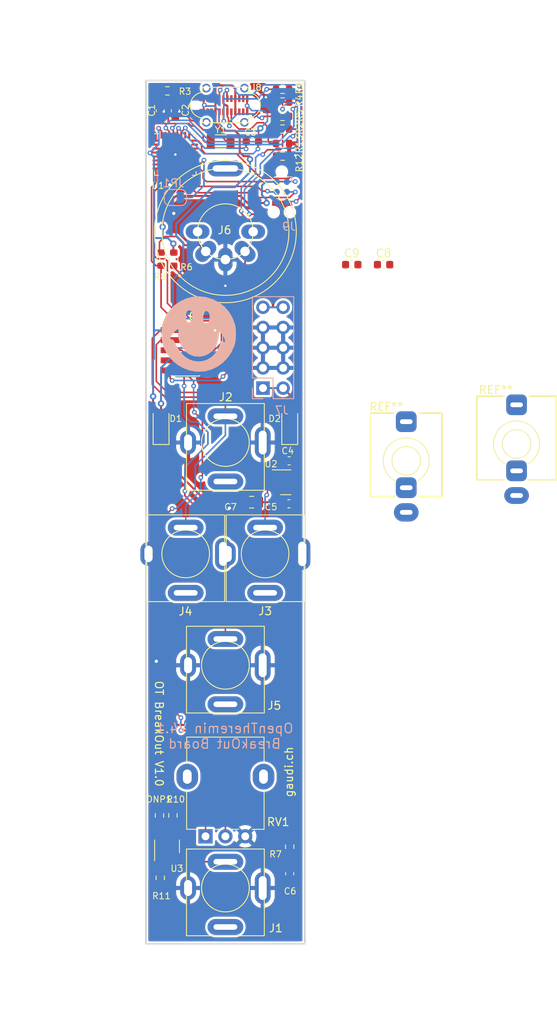
<source format=kicad_pcb>
(kicad_pcb (version 20211014) (generator pcbnew)
  (layers (0 "F.Cu" signal) (31 "B.Cu" signal) (34 "B.Paste" user) (35 "F.Paste" user) (36 "B.SilkS" user "B.Silkscreen") (37 "F.SilkS" user "F.Silkscreen") (38 "B.Mask" user) (39 "F.Mask" user) (44 "Edge.Cuts" user))
  (net 0 "")
  (net 7 "Net-(J6-Pad4)")
  (net 9 "Net-(J6-Pad5)")
  (net 10 "AUDIO")
  (net 11 "CV1")
  (net 12 "TXD")
  (net 13 "CV2")
  (net 14 "RXD")
  (net 15 "GATE")
  (net 16 "D-")
  (net 17 "D+")
  (net 18 "Net-(U3-Pad1)")
  (net 37 "Net-(JP1-Pad1)")
  (net 45 "Net-(DNP1-Pad1)")
  (net 46 "+5V")
  (net 47 "UGND")
  (net 48 "VUSB")
  (net 49 "Net-(C1-Pad2)")
  (net 50 "Net-(J8-PadA7)")
  (net 51 "MISO")
  (net 52 "SCK")
  (net 53 "MOSI")
  (net 54 "RESET")
  (net 55 "Net-(C2-Pad2)")
  (net 56 "Net-(C3-Pad2)")
  (net 57 "Net-(J8-PadA6)")
  (net 58 "Net-(R1-Pad2)")
  (net 59 "Net-(R2-Pad2)")
  (net 60 "Net-(C4-Pad2)")
  (net 61 "Net-(R7-Pad2)")
  (net 62 "Net-(C6-Pad2)")
  (net 63 "PHONO")
  (net 64 "Net-(J8-PadA5)")
  (net 65 "Net-(J8-PadB5)")
  (net 66 "+12V")
  (net 67 "-12V")
  (footprint "Package_DFN_QFN:QFN-32-1EP_5x5mm_P0.5mm_EP3.1x3.1mm" (layer "F.Cu") (at 93.7 65.8)
    (fp_text reference "U1")
    (fp_text value "ATmega16U2-M")
  )
  (footprint "Resistor_SMD:R_0603_1608Metric" (layer "F.Cu") (at 107.2 57.6)
    (fp_text reference "R1")
    (fp_text value "22R")
  )
  (footprint "Connector_PinHeader_1.27mm:PinHeader_2x05_P1.27mm_Vertical_SMD" (layer "F.Cu") (at 95 90.4)
    (fp_text reference "J10")
    (fp_text value "Conn_02x05_Odd_Even")
  )
  (footprint "Crystal:Crystal_SMD_3215-2Pin_3.2x1.5mm" (layer "F.Cu") (at 99.4 64.2)
    (fp_text reference "Y1")
    (fp_text value "16MHz")
  )
  (footprint "Potentiometer_THT:Potentiometer_Alpha_RD901F-40-00D_Single_Vertical" (layer "F.Cu") (at 97.5 151.5 90)
    (fp_text reference "RV1")
    (fp_text value "R_Potentiometer")
  )
  (footprint "Capacitor_SMD:C_0603_1608Metric" (layer "F.Cu") (at 119.92 79.64)
    (fp_text reference "C8")
    (fp_text value "10uF")
  )
  (footprint "Capacitor_SMD:C_0603_1608Metric" (layer "F.Cu") (at 93.7 60.3 90)
    (fp_text reference "C2")
    (fp_text value "22pF")
  )
  (footprint "Capacitor_SMD:C_0603_1608Metric" (layer "F.Cu") (at 103.4 64.2 180)
    (fp_text reference "C3")
    (fp_text value "1uF")
  )
  (footprint "Capacitor_SMD:C_0603_1608Metric" (layer "F.Cu") (at 108.025 104.3)
    (fp_text reference "C4")
    (fp_text value "22pF")
  )
  (footprint "GaudiLabsFootPrints:Deltron_691-0500" (layer "F.Cu") (at 100 75.5)
    (fp_text reference "J6")
    (fp_text value "DIN-5_180degree")
  )
  (footprint "Capacitor_SMD:C_0603_1608Metric" (layer "F.Cu") (at 115.91 79.64)
    (fp_text reference "C9")
    (fp_text value "100nF")
  )
  (footprint "Audio_Jacks:Jack_3.5mm_QingPu_WQP-PJ398SM_Vertical" (layer "F.Cu") (at 122.77 104.3)
    (fp_text reference "REF**")
    (fp_text value "PJ398SM")
  )
  (footprint "GaudiLabsFootPrints:Jack_3.5mm_Stereo_WQP-PJ366ST_Vertical" (layer "F.Cu") (at 136.66 102.18)
    (fp_text reference "REF**")
    (fp_text value "PJ366ST")
  )
  (footprint "GaudiLabsFootPrints:pj301bm_edge_r" (layer "F.Cu") (at 95 116 180)
    (fp_text reference "J4")
    (fp_text value "Barrel_Jack_Switch")
  )
  (footprint "Diode_SMD:D_SOD-123" (layer "F.Cu") (at 108.1 100 90)
    (fp_text reference "D2")
    (fp_text value "D_Small_Filled")
  )
  (footprint "Resistor_SMD:R_0603_1608Metric" (layer "F.Cu") (at 107.2 61)
    (fp_text reference "R5")
    (fp_text value "22R")
  )
  (footprint "Resistor_SMD:R_0603_1608Metric" (layer "F.Cu") (at 93.4 148.875 -90)
    (fp_text reference "R10")
    (fp_text value "0Ohm")
  )
  (footprint "Capacitor_SMD:C_0603_1608Metric" (layer "F.Cu") (at 108 109.7 180)
    (fp_text reference "C5")
    (fp_text value "22pF")
  )
  (footprint "Resistor_SMD:R_0603_1608Metric" (layer "F.Cu") (at 107.2 66)
    (fp_text reference "R12")
    (fp_text value "5.1k")
  )
  (footprint "Resistor_SMD:R_0603_1608Metric" (layer "F.Cu") (at 108.1 152.8 90)
    (fp_text reference "R7")
    (fp_text value "2.2k")
  )
  (footprint "Capacitor_SMD:C_0805_2012Metric" (layer "F.Cu") (at 103.3 109.5)
    (fp_text reference "C7")
    (fp_text value "47uF")
  )
  (footprint "GaudiLabsFootPrints:pj301bm" (layer "F.Cu") (at 100 158 180)
    (fp_text reference "J1")
    (fp_text value "Barrel_Jack_Switch")
  )
  (footprint "Resistor_SMD:R_0603_1608Metric" (layer "F.Cu") (at 107.2 62.6)
    (fp_text reference "R2")
    (fp_text value "22R")
  )
  (footprint "Package_TO_SOT_SMD:SOT-23-5" (layer "F.Cu") (at 92.65 152.7625 90)
    (fp_text reference "U3")
    (fp_text value "LMH6609MF")
  )
  (footprint "Resistor_SMD:R_0603_1608Metric" (layer "F.Cu") (at 107.2 59.2)
    (fp_text reference "R4")
    (fp_text value "22R")
  )
  (footprint "Capacitor_SMD:C_0603_1608Metric" (layer "F.Cu") (at 108.1 156.2 90)
    (fp_text reference "C6")
    (fp_text value "10nF")
  )
  (footprint "GaudiLabsFootPrints:pj301bm" (layer "F.Cu") (at 100 130 180)
    (fp_text reference "J5")
    (fp_text value "Barrel_Jack_Switch")
  )
  (footprint "Diode_SMD:D_SOD-123" (layer "F.Cu") (at 91.9 100 90)
    (fp_text reference "D1")
    (fp_text value "D_Schottky")
  )
  (footprint "Capacitor_SMD:C_0603_1608Metric" (layer "F.Cu") (at 91.8 60.3 90)
    (fp_text reference "C1")
    (fp_text value "22pF")
  )
  (footprint "Package_TO_SOT_SMD:SOT-23" (layer "F.Cu") (at 107.6 107)
    (fp_text reference "U2")
    (fp_text value "MCP1792x-5002xCB XC62KN5002MR-G")
  )
  (footprint "Resistor_SMD:R_0603_1608Metric" (layer "F.Cu") (at 107.2 64.4)
    (fp_text reference "R13")
    (fp_text value "5.1k")
  )
  (footprint "GaudiLabsFootPrints:pj301bm_edge_l" (layer "F.Cu") (at 105 116 180)
    (fp_text reference "J3")
    (fp_text value "Barrel_Jack_Switch")
  )
  (footprint "Resistor_SMD:R_0603_1608Metric" (layer "F.Cu") (at 91.8 156.725 90)
    (fp_text reference "R11")
    (fp_text value "10uF (220uF)")
  )
  (footprint "Resistor_SMD:R_0603_1608Metric" (layer "F.Cu") (at 93.5 78.95 90)
    (fp_text reference "R6")
    (fp_text value "220R")
  )
  (footprint "GaudiLabsFootPrints:pj301bm" (layer "F.Cu") (at 100 102 180)
    (fp_text reference "J2")
    (fp_text value "Barrel_Jack_Switch")
  )
  (footprint "Resistor_SMD:R_0603_1608Metric" (layer "F.Cu") (at 91.9 78.95 90)
    (fp_text reference "R8")
    (fp_text value "220R")
  )
  (footprint "Resistor_SMD:R_0603_1608Metric" (layer "F.Cu") (at 91.7 148.875 90)
    (fp_text reference "DNP1")
    (fp_text value "1M")
  )
  (footprint "Resistor_SMD:R_0603_1608Metric" (layer "F.Cu") (at 92.7 57.8 180)
    (fp_text reference "R3")
    (fp_text value "1M")
  )
  (footprint "GaudiLabsFootPrints:USB_C_Receptacle_USB4070" (layer "F.Cu") (at 100 59.6)
    (fp_text reference "J8")
    (fp_text value "USB_C_Receptacle")
  )
  (footprint "Jumper:SolderJumper-2_P1.3mm_Open_RoundedPad1.0x1.5mm" (layer "B.Cu") (at 93.7 71.2 180)
    (fp_text reference "JP1")
    (fp_text value "Jumper_2_Bridged")
  )
  (footprint "Connector:Tag-Connect_TC2030-IDC-NL_2x03_P1.27mm_Vertical" (layer "B.Cu") (at 107.1 70.5 -90)
    (fp_text reference "J9")
    (fp_text value "Conn_02x03_Odd_Even")
  )
  (footprint "Connector_PinHeader_2.54mm:PinHeader_2x05_P2.54mm_Vertical" (layer "B.Cu") (at 104.73 95.16)
    (fp_text reference "J7")
    (fp_text value "Conn_02x05_Odd_Even")
  )
  (footprint "GaudiLabsLogos:Smile" (layer "B.Cu") (at 96.6 88.35 180)
    (fp_text reference "X1")
    (fp_text value "dummy" hide)
  )
  (gr_line (start 90.79 116.64) (end 90.74 116.74) (layer "Edge.Cuts") (width 0.1))
  (gr_line (start 90.31 117.01) (end 90 117) (layer "Edge.Cuts") (width 0.1))
  (gr_line (start 110 114.5) (end 110 56.5) (layer "Edge.Cuts") (width 0.2))
  (gr_line (start 109.55 117.48) (end 109.66 117.5) (layer "Edge.Cuts") (width 0.1))
  (gr_line (start 90.81 115.44) (end 90.81 116.45) (layer "Edge.Cuts") (width 0.1))
  (gr_line (start 90.62 115.11) (end 90.73 115.23) (layer "Edge.Cuts") (width 0.1))
  (gr_line (start 90 115) (end 90 56.5) (layer "Edge.Cuts") (width 0.2))
  (gr_line (start 109.2 117.12) (end 109.25 117.24) (layer "Edge.Cuts") (width 0.1))
  (gr_line (start 90.74 116.74) (end 90.63 116.88) (layer "Edge.Cuts") (width 0.1))
  (gr_line (start 109.66 117.5) (end 110.01 117.5) (layer "Edge.Cuts") (width 0.1))
  (gr_line (start 109.19 116.88) (end 109.2 117.12) (layer "Edge.Cuts") (width 0.1))
  (gr_line (start 90.81 116.45) (end 90.79 116.64) (layer "Edge.Cuts") (width 0.1))
  (gr_line (start 90 117) (end 90 165) (layer "Edge.Cuts") (width 0.2))
  (gr_line (start 90.47 115.03) (end 90.62 115.11) (layer "Edge.Cuts") (width 0.1))
  (gr_line (start 109.32 117.33) (end 109.42 117.42) (layer "Edge.Cuts") (width 0.1))
  (gr_line (start 90.54 116.94) (end 90.41 117) (layer "Edge.Cuts") (width 0.1))
  (gr_line (start 109.23 114.8) (end 109.19 114.95) (layer "Edge.Cuts") (width 0.1))
  (gr_line (start 110 114.5) (end 109.66 114.5) (layer "Edge.Cuts") (width 0.1))
  (gr_line (start 90.31 115) (end 90.47 115.03) (layer "Edge.Cuts") (width 0.1))
  (gr_line (start 109.32 114.66) (end 109.23 114.8) (layer "Edge.Cuts") (width 0.1))
  (gr_line (start 110 117.5) (end 110 165) (layer "Edge.Cuts") (width 0.2))
  (gr_line (start 109.44 114.56) (end 109.32 114.66) (layer "Edge.Cuts") (width 0.1))
  (gr_line (start 109.19 114.95) (end 109.19 116.88) (layer "Edge.Cuts") (width 0.1))
  (gr_line (start 109.52 114.52) (end 109.44 114.56) (layer "Edge.Cuts") (width 0.1))
  (gr_line (start 90.02 115) (end 90.31 115) (layer "Edge.Cuts") (width 0.1))
  (gr_line (start 90.63 116.88) (end 90.54 116.94) (layer "Edge.Cuts") (width 0.1))
  (gr_line (start 110 56.5) (end 90 56.5) (layer "Edge.Cuts") (width 0.2))
  (gr_line (start 109.25 117.24) (end 109.32 117.33) (layer "Edge.Cuts") (width 0.1))
  (gr_line (start 90.78 115.35) (end 90.81 115.44) (layer "Edge.Cuts") (width 0.1))
  (gr_line (start 109.42 117.42) (end 109.55 117.48) (layer "Edge.Cuts") (width 0.1))
  (gr_line (start 109.66 114.5) (end 109.52 114.52) (layer "Edge.Cuts") (width 0.1))
  (gr_line (start 90 165) (end 110 165) (layer "Edge.Cuts") (width 0.2))
  (gr_line (start 90.41 117) (end 90.31 117.01) (layer "Edge.Cuts") (width 0.1))
  (gr_line (start 90.73 115.23) (end 90.78 115.35) (layer "Edge.Cuts") (width 0.1))
  (gr_text "OpenTheremin V4.1\nBreakOut Board" (at 99.9 138.9) (layer "B.SilkS") (effects (font (size 1.2 1.2)) (justify mirror)))
  (gr_text "OT BreakOut V1.0\n" (at 91.65 138.6 270) (layer "F.SilkS") (effects (font (size 1 1))))
  (gr_text "gaudi.ch" (at 108 143.4 90) (layer "F.SilkS") (effects (font (size 1 1))))
  (segment (start 93.3 79.75) (end 94.75 81.2) (width 0.2) (layer "F.Cu") (net 7))
  (segment (start 102.474874 80.225126) (end 102.474874 77.974874) (width 0.2) (layer "F.Cu") (net 7))
  (segment (start 94.75 81.2) (end 101.5 81.2) (width 0.2) (layer "F.Cu") (net 7))
  (segment (start 101.5 81.2) (end 102.474874 80.225126) (width 0.2) (layer "F.Cu") (net 7))
  (segment (start 94.9 77.2) (end 96.750252 77.2) (width 0.2) (layer "F.Cu") (net 9))
  (segment (start 96.750252 77.2) (end 97.525126 77.974874) (width 0.2) (layer "F.Cu") (net 9))
  (segment (start 91.7 76.8) (end 92.4 76.1) (width 0.2) (layer "F.Cu") (net 9))
  (segment (start 91.7 78.125) (end 91.7 76.8) (width 0.2) (layer "F.Cu") (net 9))
  (segment (start 93.8 76.1) (end 94.9 77.2) (width 0.2) (layer "F.Cu") (net 9))
  (segment (start 92.4 76.1) (end 93.8 76.1) (width 0.2) (layer "F.Cu") (net 9))
  (segment (start 90.8 94.7) (end 92.4 96.3) (width 0.2) (layer "F.Cu") (net 10))
  (segment (start 91.9 122.1) (end 92.49 122.69) (width 0.2) (layer "F.Cu") (net 10))
  (segment (start 100 97.4) (end 100 98.7) (width 0.2) (layer "F.Cu") (net 10))
  (segment (start 98.9 96.3) (end 100 97.4) (width 0.2) (layer "F.Cu") (net 10))
  (segment (start 91.84 87.86) (end 90.8 88.9) (width 0.2) (layer "F.Cu") (net 10))
  (segment (start 97.5 151.5) (end 97.5 147) (width 0.2) (layer "F.Cu") (net 10))
  (segment (start 93.3 110.3) (end 92.1 111.5) (width 0.2) (layer "F.Cu") (net 10))
  (segment (start 94.4 138.2) (end 95.7 138.2) (width 0.2) (layer "F.Cu") (net 10))
  (segment (start 99.1 145.4) (end 99.1 141.6) (width 0.2) (layer "F.Cu") (net 10))
  (segment (start 93 114.7) (end 93 117.3) (width 0.2) (layer "F.Cu") (net 10))
  (segment (start 92.4 96.3) (end 98.9 96.3) (width 0.2) (layer "F.Cu") (net 10))
  (segment (start 90.8 88.9) (end 90.8 94.7) (width 0.2) (layer "F.Cu") (net 10))
  (segment (start 95.7 138.2) (end 99.1 141.6) (width 0.2) (layer "F.Cu") (net 10))
  (segment (start 97.5 147) (end 99.1 145.4) (width 0.2) (layer "F.Cu") (net 10))
  (segment (start 93.2 131.6) (end 93.2 135.4) (width 0.2) (layer "F.Cu") (net 10))
  (segment (start 91.9 118.4) (end 91.9 122.1) (width 0.2) (layer "F.Cu") (net 10))
  (segment (start 93.05 87.86) (end 91.84 87.86) (width 0.2) (layer "F.Cu") (net 10))
  (segment (start 92.49 130.89) (end 93.2 131.6) (width 0.2) (layer "F.Cu") (net 10))
  (segment (start 92.49 122.69) (end 92.49 130.89) (width 0.2) (layer "F.Cu") (net 10))
  (segment (start 92.1 113.8) (end 93 114.7) (width 0.2) (layer "F.Cu") (net 10))
  (segment (start 93.2 135.4) (end 94.4 136.6) (width 0.2) (layer "F.Cu") (net 10))
  (segment (start 92.1 111.5) (end 92.1 113.8) (width 0.2) (layer "F.Cu") (net 10))
  (segment (start 93 117.3) (end 91.9 118.4) (width 0.2) (layer "F.Cu") (net 10))
  (via (at 93.3 110.3) (size 0.6) (drill 0.3) (layers "F.Cu" "B.Cu") (net 10))
  (via (at 94.4 136.6) (size 0.6) (drill 0.3) (layers "F.Cu" "B.Cu") (net 10))
  (via (at 94.4 138.2) (size 0.6) (drill 0.3) (layers "F.Cu" "B.Cu") (net 10))
  (segment (start 93.3 110.3) (end 93.8 110.3) (width 0.2) (layer "B.Cu") (net 10))
  (segment (start 96.2 104.9) (end 100 101.1) (width 0.2) (layer "B.Cu") (net 10))
  (segment (start 100 101.1) (end 100 98.7) (width 0.2) (layer "B.Cu") (net 10))
  (segment (start 96.2 107.9) (end 96.2 104.9) (width 0.2) (layer "B.Cu") (net 10))
  (segment (start 93.8 110.3) (end 96.2 107.9) (width 0.2) (layer "B.Cu") (net 10))
  (segment (start 94.4 136.6) (end 94.4 138.2) (width 0.2) (layer "B.Cu") (net 10))
  (segment (start 93.05 89.13) (end 91.87 89.13) (width 0.2) (layer "F.Cu") (net 11))
  (segment (start 92.7 95.7) (end 101.2 95.7) (width 0.2) (layer "F.Cu") (net 11))
  (segment (start 101.2 95.7) (end 103.1 97.6) (width 0.2) (layer "F.Cu") (net 11))
  (segment (start 105.3 107.3) (end 105.3 108.5) (width 0.2) (layer "F.Cu") (net 11))
  (segment (start 105.3 108.5) (end 105.2 108.6) (width 0.2) (layer "F.Cu") (net 11))
  (segment (start 91.3 89.7) (end 91.3 94.3) (width 0.2) (layer "F.Cu") (net 11))
  (segment (start 91.87 89.13) (end 91.3 89.7) (width 0.2) (layer "F.Cu") (net 11))
  (segment (start 103.1 105.1) (end 105.3 107.3) (width 0.2) (layer "F.Cu") (net 11))
  (segment (start 91.3 94.3) (end 92.7 95.7) (width 0.2) (layer "F.Cu") (net 11))
  (segment (start 103.1 97.6) (end 103.1 105.1) (width 0.2) (layer "F.Cu") (net 11))
  (via (at 105.2 108.6) (size 0.6) (drill 0.3) (layers "F.Cu" "B.Cu") (net 11))
  (segment (start 105 108.8) (end 105 112.7) (width 0.2) (layer "B.Cu") (net 11))
  (segment (start 105.2 108.6) (end 105 108.8) (width 0.2) (layer "B.Cu") (net 11))
  (segment (start 90.7 79.2) (end 90.7 69.925) (width 0.2) (layer "F.Cu") (net 12))
  (segment (start 91.9 79.775) (end 91.9 85) (width 0.2) (layer "F.Cu") (net 12))
  (segment (start 91.9 85) (end 93.5 86.6) (width 0.2) (layer "F.Cu") (net 12))
  (segment (start 93.5 86.6) (end 94.6 86.6) (width 0.2) (layer "F.Cu") (net 12))
  (segment (start 95.3 87.3) (end 95.3 88.9) (width 0.2) (layer "F.Cu") (net 12))
  (segment (start 94.6 86.6) (end 95.3 87.3) (width 0.2) (layer "F.Cu") (net 12))
  (segment (start 91.9 79.775) (end 91.275 79.775) (width 0.2) (layer "F.Cu") (net 12))
  (segment (start 91.2625 69.3625) (end 91.2625 67.55) (width 0.2) (layer "F.Cu") (net 12))
  (segment (start 95.53 89.13) (end 96.95 89.13) (width 0.2) (layer "F.Cu") (net 12))
  (segment (start 95.3 88.9) (end 95.53 89.13) (width 0.2) (layer "F.Cu") (net 12))
  (segment (start 91.275 79.775) (end 90.7 79.2) (width 0.2) (layer "F.Cu") (net 12))
  (segment (start 90.7 69.925) (end 91.2625 69.3625) (width 0.2) (layer "F.Cu") (net 12))
  (segment (start 97.1 99.2) (end 97.1 100.7) (width 0.2) (layer "F.Cu") (net 13))
  (segment (start 97.1 106.2) (end 96.9 106.4) (width 0.2) (layer "F.Cu") (net 13))
  (segment (start 95.2 91.1) (end 95.2 93.5) (width 0.2) (layer "F.Cu") (net 13))
  (segment (start 96.1 98.2) (end 97.1 99.2) (width 0.2) (layer "F.Cu") (net 13))
  (segment (start 94.5 90.4) (end 95.2 91.1) (width 0.2) (layer "F.Cu") (net 13))
  (segment (start 96 94.3) (end 96 94.9) (width 0.2) (layer "F.Cu") (net 13))
  (segment (start 97.1 100.7) (end 97.1 106.2) (width 0.2) (layer "F.Cu") (net 13))
  (segment (start 93.05 90.4) (end 94.5 90.4) (width 0.2) (layer "F.Cu") (net 13))
  (segment (start 95.2 93.5) (end 96 94.3) (width 0.2) (layer "F.Cu") (net 13))
  (via (at 96.1 98.2) (size 0.6) (drill 0.3) (layers "F.Cu" "B.Cu") (net 13))
  (via (at 96.9 106.4) (size 0.6) (drill 0.3) (layers "F.Cu" "B.Cu") (net 13))
  (via (at 96 94.9) (size 0.6) (drill 0.3) (layers "F.Cu" "B.Cu") (net 13))
  (segment (start 96 98.1) (end 96.1 98.2) (width 0.2) (layer "B.Cu") (net 13))
  (segment (start 96.9 106.4) (end 96.9 108) (width 0.2) (layer "B.Cu") (net 13))
  (segment (start 96.9 108) (end 95 109.9) (width 0.2) (layer "B.Cu") (net 13))
  (segment (start 95 109.9) (end 95 112.7) (width 0.2) (layer "B.Cu") (net 13))
  (segment (start 96 94.9) (end 96 98.1) (width 0.2) (layer "B.Cu") (net 13))
  (segment (start 92.4 78.9) (end 91.4 78.9) (width 0.2) (layer "F.Cu") (net 14))
  (segment (start 91.06 70.44) (end 91.95 69.55) (width 0.2) (layer "F.Cu") (net 14))
  (segment (start 92.7 84.5) (end 92.7 79.2) (width 0.2) (layer "F.Cu") (net 14))
  (segment (start 99.5 89.5) (end 99.5 87.4) (width 0.2) (layer "F.Cu") (net 14))
  (segment (start 95.8 86.7) (end 94.9 85.8) (width 0.2) (layer "F.Cu") (net 14))
  (segment (start 94 85.8) (end 92.7 84.5) (width 0.2) (layer "F.Cu") (net 14))
  (segment (start 98.6 90.4) (end 99.5 89.5) (width 0.2) (layer "F.Cu") (net 14))
  (segment (start 92.7 79.2) (end 92.4 78.9) (width 0.2) (layer "F.Cu") (net 14))
  (segment (start 98.8 86.7) (end 95.8 86.7) (width 0.2) (layer "F.Cu") (net 14))
  (segment (start 99.5 87.4) (end 98.8 86.7) (width 0.2) (layer "F.Cu") (net 14))
  (segment (start 96.95 90.4) (end 98.6 90.4) (width 0.2) (layer "F.Cu") (net 14))
  (segment (start 91.95 69.55) (end 91.95 68.2375) (width 0.2) (layer "F.Cu") (net 14))
  (segment (start 94.9 85.8) (end 94 85.8) (width 0.2) (layer "F.Cu") (net 14))
  (segment (start 91.06 78.56) (end 91.06 70.44) (width 0.2) (layer "F.Cu") (net 14))
  (segment (start 91.4 78.9) (end 91.06 78.56) (width 0.2) (layer "F.Cu") (net 14))
  (segment (start 97.9 119) (end 97.9 111.7) (width 0.2) (layer "F.Cu") (net 15))
  (segment (start 94.8 94.1) (end 94.8 94.7) (width 0.2) (layer "F.Cu") (net 15))
  (segment (start 100 126.7) (end 100 121.1) (width 0.2) (layer "F.Cu") (net 15))
  (segment (start 94.8 94.7) (end 94.8 94.9) (width 0.2) (layer "F.Cu") (net 15))
  (segment (start 98 119.1) (end 97.9 119) (width 0.2) (layer "F.Cu") (net 15))
  (segment (start 97.9 111.7) (end 94.9 108.7) (width 0.2) (layer "F.Cu") (net 15))
  (segment (start 94.9 108.7) (end 94.9 108.1) (width 0.2) (layer "F.Cu") (net 15))
  (segment (start 94.8 92.1) (end 94.8 94.1) (width 0.2) (layer "F.Cu") (net 15))
  (segment (start 100 121.1) (end 98 119.1) (width 0.2) (layer "F.Cu") (net 15))
  (segment (start 94.37 91.67) (end 94.8 92.1) (width 0.2) (layer "F.Cu") (net 15))
  (segment (start 93.05 91.67) (end 94.37 91.67) (width 0.2) (layer "F.Cu") (net 15))
  (via (at 94.9 108.1) (size 0.6) (drill 0.3) (layers "F.Cu" "B.Cu") (net 15))
  (via (at 94.8 94.9) (size 0.6) (drill 0.3) (layers "F.Cu" "B.Cu") (net 15))
  (segment (start 96.5 99.4) (end 95.6 99.4) (width 0.2) (layer "B.Cu") (net 15))
  (segment (start 95.6 99.4) (end 94.8 98.6) (width 0.2) (layer "B.Cu") (net 15))
  (segment (start 97.8 100.7) (end 96.5 99.4) (width 0.2) (layer "B.Cu") (net 15))
  (segment (start 94.8 98.6) (end 94.8 98) (width 0.2) (layer "B.Cu") (net 15))
  (segment (start 94.9 108.1) (end 94.9 105.1) (width 0.2) (layer "B.Cu") (net 15))
  (segment (start 97.8 102.2) (end 97.8 100.7) (width 0.2) (layer "B.Cu") (net 15))
  (segment (start 94.9 105.1) (end 97.8 102.2) (width 0.2) (layer "B.Cu") (net 15))
  (segment (start 94.8 94.9) (end 94.8 98) (width 0.2) (layer "B.Cu") (net 15))
  (segment (start 101.4 84.2) (end 105.7 79.9) (width 0.2) (layer "F.Cu") (net 16))
  (segment (start 104.7 65.8) (end 105.3 65.2) (width 0.2) (layer "F.Cu") (net 16))
  (segment (start 101.4 90.2) (end 101.4 84.2) (width 0.2) (layer "F.Cu") (net 16))
  (segment (start 105.7 74.7) (end 104.95 73.95) (width 0.2) (layer "F.Cu") (net 16))
  (segment (start 105.3 65.2) (end 106.9 65.2) (width 0.2) (layer "F.Cu") (net 16))
  (segment (start 99.93 91.67) (end 101.4 90.2) (width 0.2) (layer "F.Cu") (net 16))
  (segment (start 105.7 79.9) (end 105.7 74.7) (width 0.2) (layer "F.Cu") (net 16))
  (segment (start 102 73.2) (end 102.75 73.95) (width 0.2) (layer "F.Cu") (net 16))
  (segment (start 102 72.9) (end 102 73.2) (width 0.2) (layer "F.Cu") (net 16))
  (segment (start 102.75 73.95) (end 104.95 73.95) (width 0.2) (layer "F.Cu") (net 16))
  (segment (start 107.3 61) (end 108.025 61) (width 0.2) (layer "F.Cu") (net 16))
  (segment (start 107.2 64.9) (end 107.2 61.1) (width 0.2) (layer "F.Cu") (net 16))
  (segment (start 106.9 65.2) (end 107.2 64.9) (width 0.2) (layer "F.Cu") (net 16))
  (segment (start 96.95 91.67) (end 99.93 91.67) (width 0.2) (layer "F.Cu") (net 16))
  (segment (start 107.2 61.1) (end 107.3 61) (width 0.2) (layer "F.Cu") (net 16))
  (via (at 104.7 65.8) (size 0.6) (drill 0.3) (layers "F.Cu" "B.Cu") (net 16))
  (via (at 102 72.9) (size 0.6) (drill 0.3) (layers "F.Cu" "B.Cu") (net 16))
  (segment (start 103.55 68.45) (end 103.8 68.2) (width 0.2) (layer "B.Cu") (net 16))
  (segment (start 103.8 68.2) (end 103.8 66.2) (width 0.2) (layer "B.Cu") (net 16))
  (segment (start 103.8 66.2) (end 104.2 65.8) (width 0.2) (layer "B.Cu") (net 16))
  (segment (start 102 70) (end 102 71.2) (width 0.2) (layer "B.Cu") (net 16))
  (segment (start 103.55 68.45) (end 102 70) (width 0.2) (layer "B.Cu") (net 16))
  (segment (start 104.2 65.8) (end 104.7 65.8) (width 0.2) (layer "B.Cu") (net 16))
  (segment (start 102 71.2) (end 102 72.9) (width 0.2) (layer "B.Cu") (net 16))
  (segment (start 99.7 93.7) (end 102.1 91.3) (width 0.2) (layer "F.Cu") (net 17))
  (segment (start 107.2 60.1) (end 107.2 59.3) (width 0.2) (layer "F.Cu") (net 17))
  (segment (start 106.2 80.3) (end 106.2 74.5) (width 0.2) (layer "F.Cu") (net 17))
  (segment (start 103 73.3) (end 105 73.3) (width 0.2) (layer "F.Cu") (net 17))
  (segment (start 102.1 91.3) (end 102.1 84.4) (width 0.2) (layer "F.Cu") (net 17))
  (segment (start 107.3 59.2) (end 108.025 59.2) (width 0.2) (layer "F.Cu") (net 17))
  (segment (start 93.05 93.95) (end 93.3 94.2) (width 0.2) (layer "F.Cu") (net 17))
  (segment (start 105 73.3) (end 105.3 73.6) (width 0.2) (layer "F.Cu") (net 17))
  (segment (start 107.2 59.3) (end 107.3 59.2) (width 0.2) (layer "F.Cu") (net 17))
  (segment (start 106.2 74.5) (end 105.3 73.6) (width 0.2) (layer "F.Cu") (net 17))
  (segment (start 102.1 84.4) (end 106.2 80.3) (width 0.2) (layer "F.Cu") (net 17))
  (segment (start 93.05 92.94) (end 93.05 93.95) (width 0.2) (layer "F.Cu") (net 17))
  (via (at 99.7 93.7) (size 0.6) (drill 0.3) (layers "F.Cu" "B.Cu") (net 17))
  (via (at 103 73.3) (size 0.6) (drill 0.3) (layers "F.Cu" "B.Cu") (net 17))
  (via (at 107.2 60.1) (size 0.6) (drill 0.3) (layers "F.Cu" "B.Cu") (net 17))
  (via (at 93.3 94.2) (size 0.6) (drill 0.3) (layers "F.Cu" "B.Cu") (net 17))
  (segment (start 108.6 65) (end 109.06 64.54) (width 0.2) (layer "B.Cu") (net 17))
  (segment (start 102.4 72.4) (end 102.4 70.2) (width 0.2) (layer "B.Cu") (net 17))
  (segment (start 103 73) (end 102.4 72.4) (width 0.2) (layer "B.Cu") (net 17))
  (segment (start 93.3 94.2) (end 99.2 94.2) (width 0.2) (layer "B.Cu") (net 17))
  (segment (start 102.4 70.2) (end 104.4 68.2) (width 0.2) (layer "B.Cu") (net 17))
  (segment (start 106.4 65) (end 108.6 65) (width 0.2) (layer "B.Cu") (net 17))
  (segment (start 104.4 68.2) (end 104.4 67) (width 0.2) (layer "B.Cu") (net 17))
  (segment (start 108.7 59.3) (end 107.8 59.3) (width 0.2) (layer "B.Cu") (net 17))
  (segment (start 104.4 67) (end 106.4 65) (width 0.2) (layer "B.Cu") (net 17))
  (segment (start 107.8 59.3) (end 107.2 59.9) (width 0.2) (layer "B.Cu") (net 17))
  (segment (start 107.2 59.9) (end 107.2 60.1) (width 0.2) (layer "B.Cu") (net 17))
  (segment (start 103 73.3) (end 103 73) (width 0.2) (layer "B.Cu") (net 17))
  (segment (start 99.2 94.2) (end 99.7 93.7) (width 0.2) (layer "B.Cu") (net 17))
  (segment (start 109.06 64.54) (end 109.06 59.66) (width 0.2) (layer "B.Cu") (net 17))
  (segment (start 109.06 59.66) (end 108.7 59.3) (width 0.2) (layer "B.Cu") (net 17))
  (segment (start 91.8 154.9) (end 91.8 155.9) (width 0.2) (layer "F.Cu") (net 18))
  (segment (start 91.7 154.8) (end 91.8 154.9) (width 0.2) (layer "F.Cu") (net 18))
  (segment (start 91.7 153.9) (end 91.7 154.8) (width 0.2) (layer "F.Cu") (net 18))
  (segment (start 96.1375 67.05) (end 96.75 67.05) (width 0.2) (layer "F.Cu") (net 37))
  (segment (start 97.3 66.5) (end 96.75 67.05) (width 0.2) (layer "F.Cu") (net 37))
  (via (at 97.3 66.5) (size 0.6) (drill 0.3) (layers "F.Cu" "B.Cu") (net 37))
  (segment (start 97.3 69.7) (end 97.3 66.5) (width 0.2) (layer "B.Cu") (net 37))
  (segment (start 95.8 71.2) (end 97.2 69.8) (width 0.2) (layer "B.Cu") (net 37))
  (segment (start 95.5 71.2) (end 95.8 71.2) (width 0.2) (layer "B.Cu") (net 37))
  (segment (start 97.2 69.8) (end 97.3 69.7) (width 0.2) (layer "B.Cu") (net 37))
  (segment (start 94.35 71.2) (end 95.5 71.2) (width 0.2) (layer "B.Cu") (net 37))
  (segment (start 91.7 149.7) (end 93.4 149.7) (width 0.2) (layer "F.Cu") (net 45))
  (segment (start 93.4 149.7) (end 93.6 149.9) (width 0.2) (layer "F.Cu") (net 45))
  (segment (start 93.6 149.9) (end 93.6 151.625) (width 0.2) (layer "F.Cu") (net 45))
  (segment (start 92.2 103.5) (end 91.9 103.2) (width 0.25) (layer "F.Cu") (net 46))
  (segment (start 102.3 132) (end 103.1 132.8) (width 0.25) (layer "F.Cu") (net 46))
  (segment (start 106.6625 107.95) (end 106.6625 108.4625) (width 0.25) (layer "F.Cu") (net 46))
  (segment (start 104.25 109.5) (end 104.25 110.05) (width 0.25) (layer "F.Cu") (net 46))
  (segment (start 107.225 109.025) (end 107.225 109.7) (width 0.25) (layer "F.Cu") (net 46))
  (segment (start 103.4 127.4) (end 102.3 128.5) (width 0.25) (layer "F.Cu") (net 46))
  (segment (start 105.9 109.5) (end 106.1 109.7) (width 0.25) (layer "F.Cu") (net 46))
  (segment (start 91.9 103.2) (end 91.9 101.65) (width 0.25) (layer "F.Cu") (net 46))
  (segment (start 91.9 100.9) (end 90.9 99.9) (width 0.25) (layer "F.Cu") (net 46))
  (segment (start 106.1 109.7) (end 107.225 109.7) (width 0.25) (layer "F.Cu") (net 46))
  (segment (start 105.189201 71.893752) (end 102.793752 71.893752) (width 0.25) (layer "F.Cu") (net 46))
  (segment (start 102.793752 71.893752) (end 101.9 71) (width 0.25) (layer "F.Cu") (net 46))
  (segment (start 90.55 65.55) (end 90.5 65.6) (width 0.2) (layer "F.Cu") (net 46))
  (segment (start 104.25 108.65) (end 104.25 109.5) (width 0.25) (layer "F.Cu") (net 46))
  (segment (start 103.1 136.3) (end 101.9 137.5) (width 0.25) (layer "F.Cu") (net 46))
  (segment (start 101.9 117.8) (end 102 117.9) (width 0.25) (layer "F.Cu") (net 46))
  (segment (start 91.5 139.4) (end 91.5 145.7) (width 0.25) (layer "F.Cu") (net 46))
  (segment (start 101.7 108.3) (end 103.9 108.3) (width 0.25) (layer "F.Cu") (net 46))
  (segment (start 90.6 150.6) (end 91.625 151.625) (width 0.25) (layer "F.Cu") (net 46))
  (segment (start 104.25 110.05) (end 103.4 110.9) (width 0.25) (layer "F.Cu") (net 46))
  (segment (start 98.66 87.86) (end 98.7 87.9) (width 0.25) (layer "F.Cu") (net 46))
  (segment (start 93.8 71) (end 92.1 72.7) (width 0.25) (layer "F.Cu") (net 46))
  (segment (start 101.9 137.5) (end 93.4 137.5) (width 0.25) (layer "F.Cu") (net 46))
  (segment (start 100.9 109.1) (end 101.7 108.3) (width 0.25) (layer "F.Cu") (net 46))
  (segment (start 106.6625 108.4625) (end 107.225 109.025) (width 0.25) (layer "F.Cu") (net 46))
  (segment (start 94.4 104.7) (end 93.2 103.5) (width 0.25) (layer "F.Cu") (net 46))
  (segment (start 102 123.7) (end 103.4 125.1) (width 0.25) (layer "F.Cu") (net 46))
  (segment (start 102.6 110.9) (end 101.9 111.6) (width 0.25) (layer "F.Cu") (net 46))
  (segment (start 91.4 145.7) (end 90.6 146.5) (width 0.25) (layer "F.Cu") (net 46))
  (segment (start 101.9 71) (end 93.8 71) (width 0.25) (layer "F.Cu") (net 46))
  (segment (start 94.4 106.2) (end 97.3 109.1) (width 0.25) (layer "F.Cu") (net 46))
  (segment (start 103.4 110.9) (end 102.6 110.9) (width 0.25) (layer "F.Cu") (net 46))
  (segment (start 94.4 106.2) (end 94.4 104.7) (width 0.25) (layer "F.Cu") (net 46))
  (segment (start 93.2 103.5) (end 92.2 103.5) (width 0.25) (layer "F.Cu") (net 46))
  (segment (start 103.1 132.8) (end 103.1 136.3) (width 0.25) (layer "F.Cu") (net 46))
  (segment (start 93.45 78.1) (end 93.45 77) (width 0.25) (layer "F.Cu") (net 46))
  (segment (start 97.3 109.1) (end 100.9 109.1) (width 0.25) (layer "F.Cu") (net 46))
  (segment (start 102.3 128.5) (end 102.3 132) (width 0.25) (layer "F.Cu") (net 46))
  (segment (start 91.5 145.7) (end 91.4 145.7) (width 0.25) (layer "F.Cu") (net 46))
  (segment (start 93.4 137.5) (end 91.5 139.4) (width 0.25) (layer "F.Cu") (net 46))
  (segment (start 103.9 108.3) (end 104.25 108.65) (width 0.25) (layer "F.Cu") (net 46))
  (segment (start 91.625 151.625) (end 91.7 151.625) (width 0.25) (layer "F.Cu") (net 46))
  (segment (start 91.95 62.85) (end 91.6 62.5) (width 0.2) (layer "F.Cu") (net 46))
  (segment (start 96.95 87.86) (end 98.66 87.86) (width 0.25) (layer "F.Cu") (net 46))
  (segment (start 104.25 109.5) (end 105.9 109.5) (width 0.25) (layer "F.Cu") (net 46))
  (segment (start 92.1 72.7) (end 92.1 74.9) (width 0.25) (layer "F.Cu") (net 46))
  (segment (start 91.9 101.65) (end 91.9 100.9) (width 0.25) (layer "F.Cu") (net 46))
  (segment (start 90.6 146.5) (end 90.6 150.6) (width 0.25) (layer "F.Cu") (net 46))
  (segment (start 91.2625 65.55) (end 90.55 65.55) (width 0.2) (layer "F.Cu") (net 46))
  (segment (start 90.9 99.9) (end 90.9 96.2) (width 0.25) (layer "F.Cu") (net 46))
  (segment (start 103.4 125.1) (end 103.4 127.4) (width 0.25) (layer "F.Cu") (net 46))
  (segment (start 102 117.9) (end 102 123.7) (width 0.25) (layer "F.Cu") (net 46))
  (segment (start 91.95 63.3625) (end 91.95 62.85) (width 0.2) (layer "F.Cu") (net 46))
  (segment (start 101.9 111.6) (end 101.9 117.8) (width 0.25) (layer "F.Cu") (net 46))
  (via (at 91.6 62.5) (size 0.6) (drill 0.3) (layers "F.Cu" "B.Cu") (net 46))
  (via (at 92.1 74.9) (size 0.8) (drill 0.4) (layers "F.Cu" "B.Cu") (net 46))
  (via (at 98.7 87.9) (size 0.6) (drill 0.3) (layers "F.Cu" "B.Cu") (net 46))
  (via (at 90.5 65.6) (size 0.6) (drill 0.3) (layers "F.Cu" "B.Cu") (net 46))
  (via (at 90.9 96.2) (size 0.8) (drill 0.4) (layers "F.Cu" "B.Cu") (net 46))
  (via (at 93.45 77) (size 0.8) (drill 0.4) (layers "F.Cu" "B.Cu") (net 46))
  (via (at 105.189201 71.893752) (size 0.8) (drill 0.4) (layers "F.Cu" "B.Cu") (net 46))
  (segment (start 91.6 62.5) (end 91.6 64.5) (width 0.25) (layer "B.Cu") (net 46))
  (segment (start 105.189201 71.893752) (end 105.189201 71.489201) (width 0.25) (layer "B.Cu") (net 46))
  (segment (start 105.07 69.23) (end 106.465 69.23) (width 0.25) (layer "B.Cu") (net 46))
  (segment (start 92.1 76.3) (end 92.75 76.3) (width 0.25) (layer "B.Cu") (net 46))
  (segment (start 90.9 96.2) (end 90.9 91.6) (width 0.25) (layer "B.Cu") (net 46))
  (segment (start 90.5 65.6) (end 91 66.1) (width 0.25) (layer "B.Cu") (net 46))
  (segment (start 93.45 77) (end 92.75 76.3) (width 0.25) (layer "B.Cu") (net 46))
  (segment (start 105.189201 71.893752) (end 105.1 71.804551) (width 0.25) (layer "B.Cu") (net 46))
  (segment (start 91 80.7) (end 91 80.9) (width 0.25) (layer "B.Cu") (net 46))
  (segment (start 91 91.5) (end 90.9 91.6) (width 0.25) (layer "B.Cu") (net 46))
  (segment (start 104.6 70.9) (end 104.6 69.7) (width 0.25) (layer "B.Cu") (net 46))
  (segment (start 91 87.9) (end 91 91.5) (width 0.25) (layer "B.Cu") (net 46))
  (segment (start 91.6 64.5) (end 90.5 65.6) (width 0.25) (layer "B.Cu") (net 46))
  (segment (start 98.7 87.9) (end 91 87.9) (width 0.25) (layer "B.Cu") (net 46))
  (segment (start 104.6 69.7) (end 105.07 69.23) (width 0.25) (layer "B.Cu") (net 46))
  (segment (start 91 76.3) (end 91 80.7) (width 0.25) (layer "B.Cu") (net 46))
  (segment (start 105.189201 71.489201) (end 104.6 70.9) (width 0.25) (layer "B.Cu") (net 46))
  (segment (start 91 66.1) (end 91 68) (width 0.25) (layer "B.Cu") (net 46))
  (segment (start 92.1 76.3) (end 92.1 74.9) (width 0.25) (layer "B.Cu") (net 46))
  (segment (start 91 76.3) (end 92.1 76.3) (width 0.25) (layer "B.Cu") (net 46))
  (segment (start 91 68) (end 91 76.3) (width 0.25) (layer "B.Cu") (net 46))
  (segment (start 91 80.7) (end 91 87.9) (width 0.25) (layer "B.Cu") (net 46))
  (segment (start 104.175 62.725) (end 104.4 62.5) (width 0.2) (layer "F.Cu") (net 47))
  (segment (start 102.729678 59.665067) (end 102.729678 58.790322) (width 0.2) (layer "F.Cu") (net 47))
  (segment (start 93.95 63.3625) (end 93.95 62.65) (width 0.2) (layer "F.Cu") (net 47))
  (segment (start 108.025 64.4) (end 108.025 66) (width 0.2) (layer "F.Cu") (net 47))
  (segment (start 97.25 59.55) (end 97.318773 59.55) (width 0.2) (layer "F.Cu") (net 47))
  (segment (start 91.8 61.075) (end 91.8 60.847958) (width 0.2) (layer "F.Cu") (net 47))
  (segment (start 104.175 64.2) (end 104.175 62.725) (width 0.2) (layer "F.Cu") (net 47))
  (segment (start 104.1 64.275) (end 104.175 64.2) (width 0.2) (layer "F.Cu") (net 47))
  (segment (start 102.35 109.5) (end 101.25 109.5) (width 0.25) (layer "F.Cu") (net 47))
  (segment (start 108.7 66) (end 108.8 65.9) (width 0.2) (layer "F.Cu") (net 47))
  (segment (start 104.1 65.1) (end 104.1 64.275) (width 0.2) (layer "F.Cu") (net 47))
  (segment (start 97.25 58.77) (end 97.25 59.55) (width 0.2) (layer "F.Cu") (net 47))
  (segment (start 102.729678 60.409678) (end 102.75 60.43) (width 0.2) (layer "F.Cu") (net 47))
  (segment (start 91.2625 65.05) (end 92.95 65.05) (width 0.2) (layer "F.Cu") (net 47))
  (segment (start 92.95 65.05) (end 93.7 65.8) (width 0.2) (layer "F.Cu") (net 47))
  (segment (start 97.25 59.55) (end 97.25 60.43) (width 0.2) (layer "F.Cu") (net 47))
  (segment (start 93.95 62.65) (end 94.1 62.5) (width 0.2) (layer "F.Cu") (net 47))
  (segment (start 102.729678 59.665067) (end 102.729678 60.409678) (width 0.2) (layer "F.Cu") (net 47))
  (segment (start 97.318773 59.55) (end 97.348029 59.579256) (width 0.2) (layer "F.Cu") (net 47))
  (segment (start 102.729678 58.790322) (end 102.75 58.77) (width 0.2) (layer "F.Cu") (net 47))
  (segment (start 91.8 60.847958) (end 92.2405 60.407458) (width 0.2) (layer "F.Cu") (net 47))
  (segment (start 101.25 109.5) (end 100.5 110.25) (width 0.25) (layer "F.Cu") (net 47))
  (segment (start 93.7 60.9) (end 94.2 60.4) (width 0.2) (layer "F.Cu") (net 47))
  (segment (start 108.025 66) (end 108.7 66) (width 0.2) (layer "F.Cu") (net 47))
  (segment (start 93.7 61.075) (end 93.7 60.9) (width 0.2) (layer "F.Cu") (net 47))
  (via (at 100.5 110.25) (size 0.8) (drill 0.4) (layers "F.Cu" "B.Cu") (net 47))
  (via (at 92.2405 60.407458) (size 0.6) (drill 0.3) (layers "F.Cu" "B.Cu") (net 47))
  (via (at 97.348029 59.579256) (size 0.6) (drill 0.3) (layers "F.Cu" "B.Cu") (net 47))
  (via (at 91.3 129.5) (size 0.8) (drill 0.4) (layers "F.Cu" "B.Cu") (net 47))
  (via (at 94.1 62.5) (size 0.6) (drill 0.3) (layers "F.Cu" "B.Cu") (net 47))
  (via (at 93.7 65.8) (size 0.6) (drill 0.3) (layers "F.Cu" "B.Cu") (net 47))
  (via (at 100 82.3) (size 0.6) (drill 0.3) (layers "F.Cu" "B.Cu") (net 47))
  (via (at 104.4 62.5) (size 0.8) (drill 0.4) (layers "F.Cu" "B.Cu") (net 47))
  (via (at 93 69.6) (size 0.8) (drill 0.4) (layers "F.Cu" "B.Cu") (net 47))
  (via (at 102.729678 59.665067) (size 0.6) (drill 0.3) (layers "F.Cu" "B.Cu") (net 47))
  (via (at 93.5 73.2) (size 0.8) (drill 0.4) (layers "F.Cu" "B.Cu") (net 47))
  (via (at 105.1 58.6) (size 0.6) (drill 0.3) (layers "F.Cu" "B.Cu") (net 47))
  (via (at 108.8 65.9) (size 0.6) (drill 0.3) (layers "F.Cu" "B.Cu") (net 47))
  (via (at 94.2 60.4) (size 0.6) (drill 0.3) (layers "F.Cu" "B.Cu") (net 47))
  (via (at 104.1 65.1) (size 0.6) (drill 0.3) (layers "F.Cu" "B.Cu") (net 47))
  (segment (start 91.8 130) (end 91.3 129.5) (width 0.25) (layer "B.Cu") (net 47))
  (segment (start 109.5 65.2) (end 109.5 64.4) (width 0.2) (layer "B.Cu") (net 47))
  (segment (start 95.3 130) (end 91.8 130) (width 0.25) (layer "B.Cu") (net 47))
  (segment (start 102.729678 59.665067) (end 103.344612 60.280001) (width 0.2) (layer "B.Cu") (net 47))
  (segment (start 93.05 71.2) (end 93.05 72.75) (width 0.25) (layer "B.Cu") (net 47))
  (segment (start 103.75 62.85) (end 100.15 62.85) (width 0.2) (layer "B.Cu") (net 47))
  (segment (start 105.3 60.7) (end 105.3 61.1) (width 0.2) (layer "B.Cu") (net 47))
  (segment (start 100 79) (end 100 82.3) (width 0.2) (layer "B.Cu") (net 47))
  (segment (start 109.5 64.4) (end 109.5 58.8) (width 0.2) (layer "B.Cu") (net 47))
  (segment (start 93.05 69.65) (end 93 69.6) (width 0.25) (layer "B.Cu") (net 47))
  (segment (start 109.2 58.5) (end 105.2 58.5) (width 0.2) (layer "B.Cu") (net 47))
  (segment (start 97.3 65.7) (end 103.5 65.7) (width 0.2) (layer "B.Cu") (net 47))
  (segment (start 94.1 62.5) (end 97.3 65.7) (width 0.2) (layer "B.Cu") (net 47))
  (segment (start 109.5 58.8) (end 109.2 58.5) (width 0.2) (layer "B.Cu") (net 47))
  (segment (start 103.344612 60.280001) (end 104.880001 60.280001) (width 0.2) (layer "B.Cu") (net 47))
  (segment (start 105.3 61.1) (end 105.3 61.6) (width 0.2) (layer "B.Cu") (net 47))
  (segment (start 97.468773 59.7) (end 97.348029 59.579256) (width 0.2) (layer "B.Cu") (net 47))
  (segment (start 99.2 61.9) (end 99.2 60.3) (width 0.2) (layer "B.Cu") (net 47))
  (segment (start 103.75 62.85) (end 104.15 62.85) (width 0.2) (layer "B.Cu") (net 47))
  (segment (start 105.3 61.6) (end 104.4 62.5) (width 0.2) (layer "B.Cu") (net 47))
  (segment (start 93.05 72.75) (end 93.5 73.2) (width 0.25) (layer "B.Cu") (net 47))
  (segment (start 103.5 65.7) (end 104.1 65.1) (width 0.2) (layer "B.Cu") (net 47))
  (segment (start 104.880001 60.280001) (end 105.3 60.7) (width 0.2) (layer "B.Cu") (net 47))
  (segment (start 99.2 60.3) (end 98.6 59.7) (width 0.2) (layer "B.Cu") (net 47))
  (segment (start 98.6 59.7) (end 97.468773 59.7) (width 0.2) (layer "B.Cu") (net 47))
  (segment (start 103.75 62.85) (end 104.05 62.85) (width 0.2) (layer "B.Cu") (net 47))
  (segment (start 108.8 65.9) (end 109.5 65.2) (width 0.2) (layer "B.Cu") (net 47))
  (segment (start 100.15 62.85) (end 99.2 61.9) (width 0.2) (layer "B.Cu") (net 47))
  (segment (start 105.2 58.5) (end 105.1 58.6) (width 0.2) (layer "B.Cu") (net 47))
  (segment (start 93.05 71.2) (end 93.05 69.65) (width 0.25) (layer "B.Cu") (net 47))
  (segment (start 104.05 62.85) (end 104.4 62.5) (width 0.2) (layer "B.Cu") (net 47))
  (segment (start 101.25 57.55) (end 101.25 58.77) (width 0.25) (layer "F.Cu") (net 48))
  (segment (start 98.75 60.43) (end 98.75 61.85) (width 0.25) (layer "F.Cu") (net 48))
  (segment (start 99 57.1) (end 100.8 57.1) (width 0.25) (layer "F.Cu") (net 48))
  (segment (start 101.25 58.77) (end 101.25 60.43) (width 0.25) (layer "F.Cu") (net 48))
  (segment (start 98.75 58.77) (end 98.75 60.43) (width 0.25) (layer "F.Cu") (net 48))
  (segment (start 99.7 62.8) (end 101.2 62.8) (width 0.25) (layer "F.Cu") (net 48))
  (segment (start 98.75 61.85) (end 99.7 62.8) (width 0.25) (layer "F.Cu") (net 48))
  (segment (start 101.2 62.8) (end 101.8 63.4) (width 0.25) (layer "F.Cu") (net 48))
  (segment (start 101.8 65.1) (end 101.8 65.5) (width 0.25) (layer "F.Cu") (net 48))
  (segment (start 100.8 57.1) (end 101.25 57.55) (width 0.25) (layer "F.Cu") (net 48))
  (segment (start 101.8 63.4) (end 101.8 65.1) (width 0.25) (layer "F.Cu") (net 48))
  (segment (start 91.9 98.35) (end 91.9 97.1) (width 0.25) (layer "F.Cu") (net 48))
  (segment (start 103 66) (end 103.2 66.2) (width 0.25) (layer "F.Cu") (net 48))
  (segment (start 102.3 66) (end 103 66) (width 0.25) (layer "F.Cu") (net 48))
  (segment (start 101.8 65.5) (end 102.3 66) (width 0.25) (layer "F.Cu") (net 48))
  (segment (start 98.75 57.35) (end 99 57.1) (width 0.25) (layer "F.Cu") (net 48))
  (segment (start 98.75 58.77) (end 98.75 57.35) (width 0.25) (layer "F.Cu") (net 48))
  (via (at 91.9 97.1) (size 0.8) (drill 0.4) (layers "F.Cu" "B.Cu") (net 48))
  (via (at 103.1 66.4) (size 0.8) (drill 0.4) (layers "F.Cu" "B.Cu") (net 48))
  (segment (start 99.8 89.5) (end 99.8 87.4) (width 0.25) (layer "B.Cu") (net 48))
  (segment (start 101.2 69.9) (end 103.1 68) (width 0.25) (layer "B.Cu") (net 48))
  (segment (start 98.4 69.9) (end 101.2 69.9) (width 0.25) (layer "B.Cu") (net 48))
  (segment (start 98.8 86.4) (end 94.6 86.4) (width 0.25) (layer "B.Cu") (net 48))
  (segment (start 94.6 86.4) (end 93.4 85.2) (width 0.25) (layer "B.Cu") (net 48))
  (segment (start 93.8 74.5) (end 98.4 69.9) (width 0.25) (layer "B.Cu") (net 48))
  (segment (start 94.4 90.1) (end 99.2 90.1) (width 0.25) (layer "B.Cu") (net 48))
  (segment (start 93.8 76) (end 93.8 74.5) (width 0.25) (layer "B.Cu") (net 48))
  (segment (start 91.9 92.6) (end 94.4 90.1) (width 0.25) (layer "B.Cu") (net 48))
  (segment (start 91.9 97.1) (end 91.9 92.6) (width 0.25) (layer "B.Cu") (net 48))
  (segment (start 99.8 87.4) (end 98.8 86.4) (width 0.25) (layer "B.Cu") (net 48))
  (segment (start 93.4 81.5) (end 94.7 80.2) (width 0.25) (layer "B.Cu") (net 48))
  (segment (start 99.2 90.1) (end 99.8 89.5) (width 0.25) (layer "B.Cu") (net 48))
  (segment (start 103.1 68) (end 103.1 66.4) (width 0.25) (layer "B.Cu") (net 48))
  (segment (start 94.7 80.2) (end 94.7 76.9) (width 0.25) (layer "B.Cu") (net 48))
  (segment (start 93.4 85.2) (end 93.4 81.5) (width 0.25) (layer "B.Cu") (net 48))
  (segment (start 94.7 76.9) (end 93.8 76) (width 0.25) (layer "B.Cu") (net 48))
  (segment (start 97.2 64) (end 97.4 64.2) (width 0.2) (layer "F.Cu") (net 49))
  (segment (start 95.4 61.9) (end 95.7 62.2) (width 0.2) (layer "F.Cu") (net 49))
  (segment (start 91.2625 64.05) (end 91.2625 63.1625) (width 0.2) (layer "F.Cu") (net 49))
  (segment (start 92.8 61.9) (end 95.4 61.9) (width 0.2) (layer "F.Cu") (net 49))
  (segment (start 92.225 59.525) (end 92.8 60.1) (width 0.2) (layer "F.Cu") (net 49))
  (segment (start 91.2 61.9) (end 92.8 61.9) (width 0.2) (layer "F.Cu") (net 49))
  (segment (start 91.2625 63.1625) (end 91 62.9) (width 0.2) (layer "F.Cu") (net 49))
  (segment (start 91 62.1) (end 91.2 61.9) (width 0.2) (layer "F.Cu") (net 49))
  (segment (start 91.875 59.45) (end 91.8 59.525) (width 0.2) (layer "F.Cu") (net 49))
  (segment (start 92.8 60.1) (end 92.8 61.3) (width 0.2) (layer "F.Cu") (net 49))
  (segment (start 92.8 61.3) (end 92.8 61.9) (width 0.2) (layer "F.Cu") (net 49))
  (segment (start 95.7 62.2) (end 96.1 62.2) (width 0.2) (layer "F.Cu") (net 49))
  (segment (start 91.875 57.8) (end 91.875 59.45) (width 0.2) (layer "F.Cu") (net 49))
  (segment (start 91 62.9) (end 91 62.1) (width 0.2) (layer "F.Cu") (net 49))
  (segment (start 91.8 59.525) (end 92.225 59.525) (width 0.2) (layer "F.Cu") (net 49))
  (segment (start 97.2 63.3) (end 97.2 64) (width 0.2) (layer "F.Cu") (net 49))
  (segment (start 96.1 62.2) (end 97.2 63.3) (width 0.2) (layer "F.Cu") (net 49))
  (segment (start 97.4 64.2) (end 98.15 64.2) (width 0.2) (layer "F.Cu") (net 49))
  (segment (start 99.75 60.43) (end 99.75 61.55) (width 0.2) (layer "F.Cu") (net 50))
  (segment (start 100.2 58.72) (end 100.25 58.77) (width 0.2) (layer "F.Cu") (net 50))
  (segment (start 106.375 57.6) (end 106.375 59.2) (width 0.2) (layer "F.Cu") (net 50))
  (segment (start 105.2 57.6) (end 106.375 57.6) (width 0.2) (layer "F.Cu") (net 50))
  (segment (start 99.75 61.55) (end 99.8 61.6) (width 0.2) (layer "F.Cu") (net 50))
  (segment (start 100.2 57.7) (end 100.2 58.72) (width 0.2) (layer "F.Cu") (net 50))
  (via (at 105.2 57.6) (size 0.6) (drill 0.3) (layers "F.Cu" "B.Cu") (net 50))
  (via (at 99.8 61.6) (size 0.6) (drill 0.3) (layers "F.Cu" "B.Cu") (net 50))
  (via (at 100.2 57.7) (size 0.6) (drill 0.3) (layers "F.Cu" "B.Cu") (net 50))
  (segment (start 99.8 58.1) (end 100.2 57.7) (width 0.2) (layer "B.Cu") (net 50))
  (segment (start 105.2 57.6) (end 104 58.8) (width 0.2) (layer "B.Cu") (net 50))
  (segment (start 104 58.8) (end 99.8 58.8) (width 0.2) (layer "B.Cu") (net 50))
  (segment (start 99.8 58.8) (end 99.8 58.1) (width 0.2) (layer "B.Cu") (net 50))
  (segment (start 99.8 61.6) (end 99.8 58.8) (width 0.2) (layer "B.Cu") (net 50))
  (segment (start 97.6 69.2) (end 108.8 69.2) (width 0.2) (layer "F.Cu") (net 51))
  (segment (start 96.1375 67.55) (end 96.75 67.55) (width 0.2) (layer "F.Cu") (net 51))
  (segment (start 97.2 68) (end 97.2 68.8) (width 0.2) (layer "F.Cu") (net 51))
  (segment (start 96.75 67.55) (end 97.2 68) (width 0.2) (layer "F.Cu") (net 51))
  (segment (start 97.2 68.8) (end 97.6 69.2) (width 0.2) (layer "F.Cu") (net 51))
  (via (at 108.8 69.2) (size 0.6) (drill 0.3) (layers "F.Cu" "B.Cu") (net 51))
  (segment (start 107.765 69.2) (end 107.735 69.23) (width 0.2) (layer "B.Cu") (net 51))
  (segment (start 108.8 69.2) (end 107.765 69.2) (width 0.2) (layer "B.Cu") (net 51))
  (segment (start 94.95 68.2375) (end 94.95 69.25) (width 0.2) (layer "F.Cu") (net 52))
  (segment (start 96.3 70.6) (end 101.8 70.6) (width 0.2) (layer "F.Cu") (net 52))
  (segment (start 94.95 69.25) (end 95.9 70.2) (width 0.2) (layer "F.Cu") (net 52))
  (segment (start 95.9 70.2) (end 96.3 70.6) (width 0.2) (layer "F.Cu") (net 52))
  (segment (start 101.8 70.6) (end 103.6 70.6) (width 0.2) (layer "F.Cu") (net 52))
  (segment (start 103.6 70.6) (end 104.2 71.2) (width 0.2) (layer "F.Cu") (net 52))
  (segment (start 104.2 71.2) (end 108.1 71.2) (width 0.2) (layer "F.Cu") (net 52))
  (segment (start 108.1 71.2) (end 108.8 70.5) (width 0.2) (layer "F.Cu") (net 52))
  (via (at 108.8 70.5) (size 0.6) (drill 0.3) (layers "F.Cu" "B.Cu") (net 52))
  (segment (start 108.8 70.5) (end 107.735 70.5) (width 0.2) (layer "B.Cu") (net 52))
  (segment (start 104.6 70.4) (end 104 69.8) (width 0.2) (layer "F.Cu") (net 53))
  (segment (start 104 69.8) (end 96.3 69.8) (width 0.2) (layer "F.Cu") (net 53))
  (segment (start 95.45 68.95) (end 95.45 68.2375) (width 0.2) (layer "F.Cu") (net 53))
  (segment (start 96.3 69.8) (end 95.45 68.95) (width 0.2) (layer "F.Cu") (net 53))
  (segment (start 105.3 70.4) (end 104.6 70.4) (width 0.2) (layer "F.Cu") (net 53))
  (via (at 105.3 70.4) (size 0.6) (drill 0.3) (layers "F.Cu" "B.Cu") (net 53))
  (segment (start 105.4 70.5) (end 105.3 70.4) (width 0.2) (layer "B.Cu") (net 53))
  (segment (start 106.465 70.5) (end 105.4 70.5) (width 0.2) (layer "B.Cu") (net 53))
  (segment (start 106.365 70.4) (end 106.465 70.5) (width 0.2) (layer "B.Cu") (net 53))
  (segment (start 109.5 68.7) (end 109.5 69.8) (width 0.2) (layer "F.Cu") (net 54))
  (segment (start 109.1 68.3) (end 109.3 68.5) (width 0.2) (layer "F.Cu") (net 54))
  (segment (start 107.4 68.805301) (end 107.994699 68.805301) (width 0.2) (layer "F.Cu") (net 54))
  (segment (start 97 64.5) (end 97 65.2) (width 0.2) (layer "F.Cu") (net 54))
  (segment (start 107.994699 68.805301) (end 108.5 68.3) (width 0.2) (layer "F.Cu") (net 54))
  (segment (start 104.505301 68.805301) (end 107.4 68.805301) (width 0.2) (layer "F.Cu") (net 54))
  (segment (start 97 65.2) (end 97.5 65.7) (width 0.2) (layer "F.Cu") (net 54))
  (segment (start 101.4 65.7) (end 102 66.3) (width 0.2) (layer "F.Cu") (net 54))
  (segment (start 96.1375 64.05) (end 96.55 64.05) (width 0.2) (layer "F.Cu") (net 54))
  (segment (start 102 66.3) (end 104.505301 68.805301) (width 0.2) (layer "F.Cu") (net 54))
  (segment (start 109.5 69.8) (end 109.5 71.1) (width 0.2) (layer "F.Cu") (net 54))
  (segment (start 97.5 65.7) (end 100.6 65.7) (width 0.2) (layer "F.Cu") (net 54))
  (segment (start 108.5 68.3) (end 109.1 68.3) (width 0.2) (layer "F.Cu") (net 54))
  (segment (start 109.5 71.1) (end 108.9 71.7) (width 0.2) (layer "F.Cu") (net 54))
  (segment (start 100.6 65.7) (end 101.4 65.7) (width 0.2) (layer "F.Cu") (net 54))
  (segment (start 109.3 68.5) (end 109.5 68.7) (width 0.2) (layer "F.Cu") (net 54))
  (segment (start 96.55 64.05) (end 97 64.5) (width 0.2) (layer "F.Cu") (net 54))
  (via (at 108.9 71.7) (size 0.6) (drill 0.3) (layers "F.Cu" "B.Cu") (net 54))
  (segment (start 108.9 71.7) (end 107.805 71.7) (width 0.2) (layer "B.Cu") (net 54))
  (segment (start 107.805 71.7) (end 107.735 71.77) (width 0.2) (layer "B.Cu") (net 54))
  (segment (start 90.5 61.4) (end 90.8 61.1) (width 0.2) (layer "F.Cu") (net 55))
  (segment (start 90.5 64.3) (end 90.5 61.4) (width 0.2) (layer "F.Cu") (net 55))
  (segment (start 90.8 61.1) (end 90.8 57.6) (width 0.2) (layer "F.Cu") (net 55))
  (segment (start 93.525 59.35) (end 93.7 59.525) (width 0.2) (layer "F.Cu") (net 55))
  (segment (start 93.575 59.4) (end 93.7 59.525) (width 0.2) (layer "F.Cu") (net 55))
  (segment (start 100.2 64.2) (end 100.65 64.2) (width 0.2) (layer "F.Cu") (net 55))
  (segment (start 92.7 59.1) (end 93 59.4) (width 0.2) (layer "F.Cu") (net 55))
  (segment (start 98.7 62.7) (end 100.2 64.2) (width 0.2) (layer "F.Cu") (net 55))
  (segment (start 91.4 57) (end 92.5 57) (width 0.2) (layer "F.Cu") (net 55))
  (segment (start 96.05 61.55) (end 95.75 61.55) (width 0.2) (layer "F.Cu") (net 55))
  (segment (start 93.525 57.8) (end 93.525 59.35) (width 0.2) (layer "F.Cu") (net 55))
  (segment (start 97.2 62.7) (end 96.05 61.55) (width 0.2) (layer "F.Cu") (net 55))
  (segment (start 91.2625 64.55) (end 90.75 64.55) (width 0.2) (layer "F.Cu") (net 55))
  (segment (start 90.8 57.6) (end 91.4 57) (width 0.2) (layer "F.Cu") (net 55))
  (segment (start 93 59.4) (end 93.575 59.4) (width 0.2) (layer "F.Cu") (net 55))
  (segment (start 92.7 57.2) (end 92.7 59.1) (width 0.2) (layer "F.Cu") (net 55))
  (segment (start 94.9 60.7) (end 95.75 61.55) (width 0.2) (layer "F.Cu") (net 55))
  (segment (start 94.525 59.525) (end 93.7 59.525) (width 0.2) (layer "F.Cu") (net 55))
  (segment (start 94.9 59.9) (end 94.525 59.525) (width 0.2) (layer "F.Cu") (net 55))
  (segment (start 94.9 60.7) (end 94.9 59.9) (width 0.2) (layer "F.Cu") (net 55))
  (segment (start 98.7 62.7) (end 97.2 62.7) (width 0.2) (layer "F.Cu") (net 55))
  (segment (start 90.75 64.55) (end 90.5 64.3) (width 0.2) (layer "F.Cu") (net 55))
  (segment (start 92.5 57) (end 92.7 57.2) (width 0.2) (layer "F.Cu") (net 55))
  (segment (start 102.6 64.225) (end 102.625 64.2) (width 0.2) (layer "F.Cu") (net 56))
  (segment (start 94.45 62.9619) (end 94.9524 62.4595) (width 0.2) (layer "F.Cu") (net 56))
  (segment (start 94.45 63.3625) (end 94.45 62.9619) (width 0.2) (layer "F.Cu") (net 56))
  (segment (start 102.6 65.1) (end 102.6 64.225) (width 0.2) (layer "F.Cu") (net 56))
  (via (at 94.9524 62.4595) (size 0.6) (drill 0.3) (layers "F.Cu" "B.Cu") (net 56))
  (via (at 102.6 65.1) (size 0.6) (drill 0.3) (layers "F.Cu" "B.Cu") (net 56))
  (segment (start 102.5 65) (end 102.6 65.1) (width 0.2) (layer "B.Cu") (net 56))
  (segment (start 94.9524 62.5524) (end 97.4 65) (width 0.2) (layer "B.Cu") (net 56))
  (segment (start 94.9524 62.4595) (end 94.9524 62.5524) (width 0.2) (layer "B.Cu") (net 56))
  (segment (start 97.4 65) (end 102.5 65) (width 0.2) (layer "B.Cu") (net 56))
  (segment (start 100.5 62.2) (end 100.39 62.09) (width 0.2) (layer "F.Cu") (net 57))
  (segment (start 100.25 61.05) (end 100.25 60.43) (width 0.2) (layer "F.Cu") (net 57))
  (segment (start 100.39 62.09) (end 100.39 61.19) (width 0.2) (layer "F.Cu") (net 57))
  (segment (start 106.375 61) (end 104.8 61) (width 0.2) (layer "F.Cu") (net 57))
  (segment (start 104.8 61) (end 104.6 61.2) (width 0.2) (layer "F.Cu") (net 57))
  (segment (start 99.75 58.77) (end 99.75 59.35) (width 0.25) (layer "F.Cu") (net 57))
  (segment (start 100.39 61.19) (end 100.25 61.05) (width 0.2) (layer "F.Cu") (net 57))
  (segment (start 100.25 59.705) (end 100.25 60.43) (width 0.25) (layer "F.Cu") (net 57))
  (segment (start 100.145 59.6) (end 100.25 59.705) (width 0.25) (layer "F.Cu") (net 57))
  (segment (start 99.75 59.35) (end 100 59.6) (width 0.25) (layer "F.Cu") (net 57))
  (segment (start 100 59.6) (end 100.145 59.6) (width 0.25) (layer "F.Cu") (net 57))
  (segment (start 106.375 61) (end 106.375 62.6) (width 0.2) (layer "F.Cu") (net 57))
  (via (at 100.5 62.2) (size 0.6) (drill 0.3) (layers "F.Cu" "B.Cu") (net 57))
  (via (at 104.6 61.2) (size 0.6) (drill 0.3) (layers "F.Cu" "B.Cu") (net 57))
  (segment (start 100.5 62.2) (end 100.5 61.7) (width 0.2) (layer "B.Cu") (net 57))
  (segment (start 101.5 60.7) (end 103.7 60.7) (width 0.2) (layer "B.Cu") (net 57))
  (segment (start 100.5 61.7) (end 101.5 60.7) (width 0.2) (layer "B.Cu") (net 57))
  (segment (start 104.2 61.2) (end 104.6 61.2) (width 0.2) (layer "B.Cu") (net 57))
  (segment (start 103.7 60.7) (end 104.2 61.2) (width 0.2) (layer "B.Cu") (net 57))
  (segment (start 108.5 60.1) (end 108.9 59.7) (width 0.2) (layer "F.Cu") (net 58))
  (segment (start 108.9 57.9) (end 108.9 59.3) (width 0.2) (layer "F.Cu") (net 58))
  (segment (start 92.95 63.3625) (end 92.95 62.9155) (width 0.2) (layer "F.Cu") (net 58))
  (segment (start 108.9 59.7) (end 108.9 59.3) (width 0.2) (layer "F.Cu") (net 58))
  (segment (start 108.6 57.6) (end 108.9 57.9) (width 0.2) (layer "F.Cu") (net 58))
  (segment (start 108.025 57.6) (end 108.6 57.6) (width 0.2) (layer "F.Cu") (net 58))
  (segment (start 92.95 62.9155) (end 92.5 62.4655) (width 0.2) (layer "F.Cu") (net 58))
  (via (at 108.5 60.1) (size 0.6) (drill 0.3) (layers "F.Cu" "B.Cu") (net 58))
  (via (at 92.5 62.4655) (size 0.6) (drill 0.3) (layers "F.Cu" "B.Cu") (net 58))
  (segment (start 92.5 62.1) (end 93.1 61.5) (width 0.2) (layer "B.Cu") (net 58))
  (segment (start 93.1 61.5) (end 95.4 61.5) (width 0.2) (layer "B.Cu") (net 58))
  (segment (start 92.5 62.4655) (end 92.5 62.1) (width 0.2) (layer "B.Cu") (net 58))
  (segment (start 108.624144 62.275856) (end 108.624144 60.224144) (width 0.2) (layer "B.Cu") (net 58))
  (segment (start 95.4 61.5) (end 98.08 64.18) (width 0.2) (layer "B.Cu") (net 58))
  (segment (start 108.624144 60.224144) (end 108.5 60.1) (width 0.2) (layer "B.Cu") (net 58))
  (segment (start 98.08 64.18) (end 106.72 64.18) (width 0.2) (layer "B.Cu") (net 58))
  (segment (start 106.72 64.18) (end 108.624144 62.275856) (width 0.2) (layer "B.Cu") (net 58))
  (segment (start 93.45 63.3625) (end 93.45 62.624247) (width 0.2) (layer "F.Cu") (net 59))
  (segment (start 108.9 62.7) (end 108.8 62.6) (width 0.2) (layer "F.Cu") (net 59))
  (segment (start 93.45 62.624247) (end 93.311898 62.486145) (width 0.2) (layer "F.Cu") (net 59))
  (segment (start 108.9 63.1) (end 108.5 63.5) (width 0.2) (layer "F.Cu") (net 59))
  (segment (start 108.8 62.6) (end 108.025 62.6) (width 0.2) (layer "F.Cu") (net 59))
  (segment (start 108.9 63.1) (end 108.9 62.7) (width 0.2) (layer "F.Cu") (net 59))
  (via (at 93.311898 62.486145) (size 0.6) (drill 0.3) (layers "F.Cu" "B.Cu") (net 59))
  (via (at 108.5 63.5) (size 0.6) (drill 0.3) (layers "F.Cu" "B.Cu") (net 59))
  (segment (start 97.84 64.54) (end 107.06 64.54) (width 0.2) (layer "B.Cu") (net 59))
  (segment (start 95.2 61.9) (end 97.84 64.54) (width 0.2) (layer "B.Cu") (net 59))
  (segment (start 107.06 64.54) (end 108.1 63.5) (width 0.2) (layer "B.Cu") (net 59))
  (segment (start 93.311898 62.486145) (end 93.898043 61.9) (width 0.2) (layer "B.Cu") (net 59))
  (segment (start 108.1 63.5) (end 108.5 63.5) (width 0.2) (layer "B.Cu") (net 59))
  (segment (start 93.898043 61.9) (end 95.2 61.9) (width 0.2) (layer "B.Cu") (net 59))
  (segment (start 108.1 101.65) (end 108.1 102.6) (width 0.2) (layer "F.Cu") (net 60))
  (segment (start 108.1 102.6) (end 108.8 103.3) (width 0.2) (layer "F.Cu") (net 60))
  (segment (start 108.8 105.8) (end 108.5375 106.0625) (width 0.2) (layer "F.Cu") (net 60))
  (segment (start 108.5375 106.0625) (end 108.5375 107) (width 0.2) (layer "F.Cu") (net 60))
  (segment (start 108.8 104.3) (end 108.8 105.8) (width 0.2) (layer "F.Cu") (net 60))
  (segment (start 108.8 103.3) (end 108.8 104.3) (width 0.2) (layer "F.Cu") (net 60))
  (segment (start 100 151.5) (end 100 149.7) (width 0.2) (layer "F.Cu") (net 61))
  (segment (start 108.1 150.8) (end 108.1 151.975) (width 0.2) (layer "F.Cu") (net 61))
  (segment (start 106.3 149) (end 108.1 150.8) (width 0.2) (layer "F.Cu") (net 61))
  (segment (start 100 149.7) (end 100.7 149) (width 0.2) (layer "F.Cu") (net 61))
  (segment (start 100.7 149) (end 106.3 149) (width 0.2) (layer "F.Cu") (net 61))
  (segment (start 102 156.8) (end 103.8 155) (width 0.2) (layer "F.Cu") (net 62))
  (segment (start 93.6 153.9) (end 95.1 155.4) (width 0.2) (layer "F.Cu") (net 62))
  (segment (start 106.5 155) (end 106.925 155.425) (width 0.2) (layer "F.Cu") (net 62))
  (segment (start 97.6 156.8) (end 102 156.8) (width 0.2) (layer "F.Cu") (net 62))
  (segment (start 103.8 155) (end 106.5 155) (width 0.2) (layer "F.Cu") (net 62))
  (segment (start 96.2 155.4) (end 97.6 156.8) (width 0.2) (layer "F.Cu") (net 62))
  (segment (start 106.925 155.425) (end 108.1 155.425) (width 0.2) (layer "F.Cu") (net 62))
  (segment (start 95.1 155.4) (end 96.2 155.4) (width 0.2) (layer "F.Cu") (net 62))
  (segment (start 108.1 155.425) (end 108.475 155.425) (width 0.2) (layer "F.Cu") (net 62))
  (segment (start 108.1 153.625) (end 108.1 155.425) (width 0.2) (layer "F.Cu") (net 62))
  (segment (start 91.8 157.55) (end 91.55 157.55) (width 0.2) (layer "F.Cu") (net 63))
  (segment (start 94.5 150.2) (end 95.5 151.2) (width 0.2) (layer "F.Cu") (net 63))
  (segment (start 93.4 148.05) (end 94.05 148.05) (width 0.2) (layer "F.Cu") (net 63))
  (segment (start 91.55 157.55) (end 90.9 156.9) (width 0.2) (layer "F.Cu") (net 63))
  (segment (start 90.9 156.9) (end 90.9 152.9) (width 0.2) (layer "F.Cu") (net 63))
  (segment (start 95.5 153.1) (end 97.1 154.7) (width 0.2) (layer "F.Cu") (net 63))
  (segment (start 94.05 148.05) (end 94.5 148.5) (width 0.2) (layer "F.Cu") (net 63))
  (segment (start 94.5 148.5) (end 94.5 150.2) (width 0.2) (layer "F.Cu") (net 63))
  (segment (start 97.1 154.7) (end 100 154.7) (width 0.2) (layer "F.Cu") (net 63))
  (segment (start 95.5 152.8) (end 95.5 153.1) (width 0.2) (layer "F.Cu") (net 63))
  (segment (start 95.4 152.7) (end 95.5 152.8) (width 0.2) (layer "F.Cu") (net 63))
  (segment (start 95.5 151.2) (end 95.5 152.8) (width 0.2) (layer "F.Cu") (net 63))
  (segment (start 91.1 152.7) (end 95.4 152.7) (width 0.2) (layer "F.Cu") (net 63))
  (segment (start 90.9 152.9) (end 91.1 152.7) (width 0.2) (layer "F.Cu") (net 63))
  (segment (start 109.6 57.5) (end 109.6 66) (width 0.2) (layer "F.Cu") (net 64))
  (segment (start 106.375 66.275) (end 106.375 66) (width 0.2) (layer "F.Cu") (net 64))
  (segment (start 99.25 58.77) (end 99.25 57.7845) (width 0.2) (layer "F.Cu") (net 64))
  (segment (start 108.6 67) (end 107.1 67) (width 0.2) (layer "F.Cu") (net 64))
  (segment (start 107.1 67) (end 106.375 66.275) (width 0.2) (layer "F.Cu") (net 64))
  (segment (start 109.3 57.2) (end 109.6 57.5) (width 0.2) (layer "F.Cu") (net 64))
  (segment (start 109.6 66) (end 108.6 67) (width 0.2) (layer "F.Cu") (net 64))
  (segment (start 99.25 57.7845) (end 99.3345 57.7) (width 0.2) (layer "F.Cu") (net 64))
  (via (at 109.3 57.2) (size 0.6) (drill 0.3) (layers "F.Cu" "B.Cu") (net 64))
  (via (at 99.3345 57.7) (size 0.6) (drill 0.3) (layers "F.Cu" "B.Cu") (net 64))
  (segment (start 101.3 57.9) (end 101.7 58.3) (width 0.2) (layer "B.Cu") (net 64))
  (segment (start 100.9 57.1) (end 101.3 57.5) (width 0.2) (layer "B.Cu") (net 64))
  (segment (start 101.3 57.5) (end 101.3 57.9) (width 0.2) (layer "B.Cu") (net 64))
  (segment (start 104.66 57.04) (end 109.14 57.04) (width 0.2) (layer "B.Cu") (net 64))
  (segment (start 99.3345 57.5655) (end 99.8 57.1) (width 0.2) (layer "B.Cu") (net 64))
  (segment (start 99.3345 57.7) (end 99.3 57.6655) (width 0.2) (layer "B.Cu") (net 64))
  (segment (start 99.8 57.1) (end 100.9 57.1) (width 0.2) (layer "B.Cu") (net 64))
  (segment (start 101.7 58.3) (end 103.4 58.3) (width 0.2) (layer "B.Cu") (net 64))
  (segment (start 109.14 57.04) (end 109.3 57.2) (width 0.2) (layer "B.Cu") (net 64))
  (segment (start 103.4 58.3) (end 104.66 57.04) (width 0.2) (layer "B.Cu") (net 64))
  (segment (start 99.3345 57.7) (end 99.3345 57.5655) (width 0.2) (layer "B.Cu") (net 64))
  (segment (start 100.75 60.43) (end 100.75 61.65) (width 0.2) (layer "F.Cu") (net 65))
  (segment (start 100.75 61.65) (end 101.7 62.6) (width 0.2) (layer "F.Cu") (net 65))
  (segment (start 104 61.8) (end 104.8 61.8) (width 0.2) (layer "F.Cu") (net 65))
  (segment (start 105.4 62.4) (end 105.4 64.2) (width 0.2) (layer "F.Cu") (net 65))
  (segment (start 105.6 64.4) (end 106.375 64.4) (width 0.2) (layer "F.Cu") (net 65))
  (segment (start 103.2 62.6) (end 104 61.8) (width 0.2) (layer "F.Cu") (net 65))
  (segment (start 104.8 61.8) (end 105.4 62.4) (width 0.2) (layer "F.Cu") (net 65))
  (segment (start 105.4 64.2) (end 105.6 64.4) (width 0.2) (layer "F.Cu") (net 65))
  (segment (start 101.7 62.6) (end 103.2 62.6) (width 0.2) (layer "F.Cu") (net 65))
  (segment (start 108.1 95.99) (end 108.1 98.35) (width 0.25) (layer "F.Cu") (net 66))
  (segment (start 107.27 95.16) (end 108.1 95.99) (width 0.25) (layer "F.Cu") (net 66))
  (segment (start 107.27 95.16) (end 104.73 95.16) (width 0.25) (layer "B.Cu") (net 66))
  (segment (start 107.27 85) (end 104.73 85) (width 0.25) (layer "B.Cu") (net 67))
  (zone (net 47) (net_name "UGND") (layer "F.Cu") (connect_pads (clearance 0.3)) (min_thickness 0.254) (fill yes (thermal_gap 0.508) (thermal_bridge_width 0.508))
    (polygon (pts (xy 110 165) (xy 90 165) (xy 90 56.5) (xy 110 56.5)))
  )
  (zone (net 47) (net_name "UGND") (layer "B.Cu") (connect_pads (clearance 0.3)) (min_thickness 0.254) (fill yes (thermal_gap 0.508) (thermal_bridge_width 0.508))
    (polygon (pts (xy 110 165) (xy 90 165) (xy 90 56.5) (xy 110 56.5)))
  )
)
</source>
